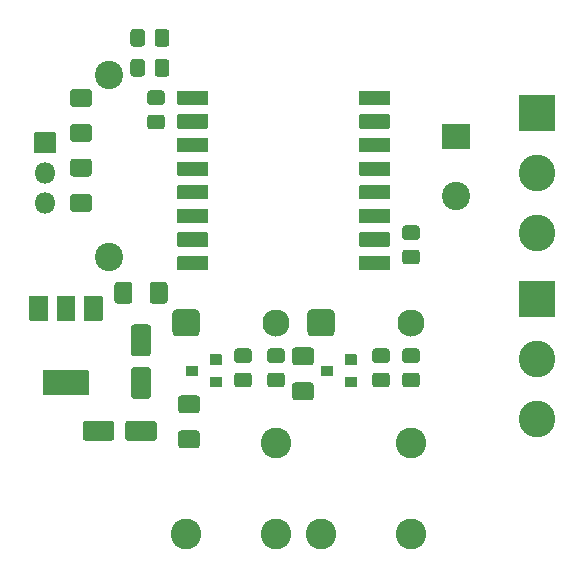
<source format=gbr>
G04 #@! TF.GenerationSoftware,KiCad,Pcbnew,5.1.9-73d0e3b20d~88~ubuntu20.04.1*
G04 #@! TF.CreationDate,2021-04-15T20:46:28+02:00*
G04 #@! TF.ProjectId,FAN-Light,46414e2d-4c69-4676-9874-2e6b69636164,rev?*
G04 #@! TF.SameCoordinates,Original*
G04 #@! TF.FileFunction,Soldermask,Top*
G04 #@! TF.FilePolarity,Negative*
%FSLAX46Y46*%
G04 Gerber Fmt 4.6, Leading zero omitted, Abs format (unit mm)*
G04 Created by KiCad (PCBNEW 5.1.9-73d0e3b20d~88~ubuntu20.04.1) date 2021-04-15 20:46:28*
%MOMM*%
%LPD*%
G01*
G04 APERTURE LIST*
%ADD10C,2.400000*%
%ADD11C,3.100000*%
%ADD12C,2.600000*%
%ADD13C,2.300000*%
%ADD14O,1.800000X1.800000*%
G04 APERTURE END LIST*
D10*
X136970000Y-99862000D03*
X166370000Y-94662000D03*
G36*
G01*
X167570000Y-88662000D02*
X167570000Y-90662000D01*
G75*
G02*
X167520000Y-90712000I-50000J0D01*
G01*
X165220000Y-90712000D01*
G75*
G02*
X165170000Y-90662000I0J50000D01*
G01*
X165170000Y-88662000D01*
G75*
G02*
X165220000Y-88612000I50000J0D01*
G01*
X167520000Y-88612000D01*
G75*
G02*
X167570000Y-88662000I0J-50000D01*
G01*
G37*
X136970000Y-84462000D03*
G36*
G01*
X158180000Y-86910000D02*
X158180000Y-85810000D01*
G75*
G02*
X158230000Y-85760000I50000J0D01*
G01*
X160730000Y-85760000D01*
G75*
G02*
X160780000Y-85810000I0J-50000D01*
G01*
X160780000Y-86910000D01*
G75*
G02*
X160730000Y-86960000I-50000J0D01*
G01*
X158230000Y-86960000D01*
G75*
G02*
X158180000Y-86910000I0J50000D01*
G01*
G37*
G36*
G01*
X158180000Y-88910000D02*
X158180000Y-87810000D01*
G75*
G02*
X158230000Y-87760000I50000J0D01*
G01*
X160730000Y-87760000D01*
G75*
G02*
X160780000Y-87810000I0J-50000D01*
G01*
X160780000Y-88910000D01*
G75*
G02*
X160730000Y-88960000I-50000J0D01*
G01*
X158230000Y-88960000D01*
G75*
G02*
X158180000Y-88910000I0J50000D01*
G01*
G37*
G36*
G01*
X158180000Y-90910000D02*
X158180000Y-89810000D01*
G75*
G02*
X158230000Y-89760000I50000J0D01*
G01*
X160730000Y-89760000D01*
G75*
G02*
X160780000Y-89810000I0J-50000D01*
G01*
X160780000Y-90910000D01*
G75*
G02*
X160730000Y-90960000I-50000J0D01*
G01*
X158230000Y-90960000D01*
G75*
G02*
X158180000Y-90910000I0J50000D01*
G01*
G37*
G36*
G01*
X158180000Y-92910000D02*
X158180000Y-91810000D01*
G75*
G02*
X158230000Y-91760000I50000J0D01*
G01*
X160730000Y-91760000D01*
G75*
G02*
X160780000Y-91810000I0J-50000D01*
G01*
X160780000Y-92910000D01*
G75*
G02*
X160730000Y-92960000I-50000J0D01*
G01*
X158230000Y-92960000D01*
G75*
G02*
X158180000Y-92910000I0J50000D01*
G01*
G37*
G36*
G01*
X158180000Y-94910000D02*
X158180000Y-93810000D01*
G75*
G02*
X158230000Y-93760000I50000J0D01*
G01*
X160730000Y-93760000D01*
G75*
G02*
X160780000Y-93810000I0J-50000D01*
G01*
X160780000Y-94910000D01*
G75*
G02*
X160730000Y-94960000I-50000J0D01*
G01*
X158230000Y-94960000D01*
G75*
G02*
X158180000Y-94910000I0J50000D01*
G01*
G37*
G36*
G01*
X158180000Y-96910000D02*
X158180000Y-95810000D01*
G75*
G02*
X158230000Y-95760000I50000J0D01*
G01*
X160730000Y-95760000D01*
G75*
G02*
X160780000Y-95810000I0J-50000D01*
G01*
X160780000Y-96910000D01*
G75*
G02*
X160730000Y-96960000I-50000J0D01*
G01*
X158230000Y-96960000D01*
G75*
G02*
X158180000Y-96910000I0J50000D01*
G01*
G37*
G36*
G01*
X158180000Y-98910000D02*
X158180000Y-97810000D01*
G75*
G02*
X158230000Y-97760000I50000J0D01*
G01*
X160730000Y-97760000D01*
G75*
G02*
X160780000Y-97810000I0J-50000D01*
G01*
X160780000Y-98910000D01*
G75*
G02*
X160730000Y-98960000I-50000J0D01*
G01*
X158230000Y-98960000D01*
G75*
G02*
X158180000Y-98910000I0J50000D01*
G01*
G37*
G36*
G01*
X158180000Y-100910000D02*
X158180000Y-99810000D01*
G75*
G02*
X158230000Y-99760000I50000J0D01*
G01*
X160730000Y-99760000D01*
G75*
G02*
X160780000Y-99810000I0J-50000D01*
G01*
X160780000Y-100910000D01*
G75*
G02*
X160730000Y-100960000I-50000J0D01*
G01*
X158230000Y-100960000D01*
G75*
G02*
X158180000Y-100910000I0J50000D01*
G01*
G37*
G36*
G01*
X142780000Y-100910000D02*
X142780000Y-99810000D01*
G75*
G02*
X142830000Y-99760000I50000J0D01*
G01*
X145330000Y-99760000D01*
G75*
G02*
X145380000Y-99810000I0J-50000D01*
G01*
X145380000Y-100910000D01*
G75*
G02*
X145330000Y-100960000I-50000J0D01*
G01*
X142830000Y-100960000D01*
G75*
G02*
X142780000Y-100910000I0J50000D01*
G01*
G37*
G36*
G01*
X142780000Y-98910000D02*
X142780000Y-97810000D01*
G75*
G02*
X142830000Y-97760000I50000J0D01*
G01*
X145330000Y-97760000D01*
G75*
G02*
X145380000Y-97810000I0J-50000D01*
G01*
X145380000Y-98910000D01*
G75*
G02*
X145330000Y-98960000I-50000J0D01*
G01*
X142830000Y-98960000D01*
G75*
G02*
X142780000Y-98910000I0J50000D01*
G01*
G37*
G36*
G01*
X142780000Y-96910000D02*
X142780000Y-95810000D01*
G75*
G02*
X142830000Y-95760000I50000J0D01*
G01*
X145330000Y-95760000D01*
G75*
G02*
X145380000Y-95810000I0J-50000D01*
G01*
X145380000Y-96910000D01*
G75*
G02*
X145330000Y-96960000I-50000J0D01*
G01*
X142830000Y-96960000D01*
G75*
G02*
X142780000Y-96910000I0J50000D01*
G01*
G37*
G36*
G01*
X142780000Y-94910000D02*
X142780000Y-93810000D01*
G75*
G02*
X142830000Y-93760000I50000J0D01*
G01*
X145330000Y-93760000D01*
G75*
G02*
X145380000Y-93810000I0J-50000D01*
G01*
X145380000Y-94910000D01*
G75*
G02*
X145330000Y-94960000I-50000J0D01*
G01*
X142830000Y-94960000D01*
G75*
G02*
X142780000Y-94910000I0J50000D01*
G01*
G37*
G36*
G01*
X142780000Y-92910000D02*
X142780000Y-91810000D01*
G75*
G02*
X142830000Y-91760000I50000J0D01*
G01*
X145330000Y-91760000D01*
G75*
G02*
X145380000Y-91810000I0J-50000D01*
G01*
X145380000Y-92910000D01*
G75*
G02*
X145330000Y-92960000I-50000J0D01*
G01*
X142830000Y-92960000D01*
G75*
G02*
X142780000Y-92910000I0J50000D01*
G01*
G37*
G36*
G01*
X142780000Y-90910000D02*
X142780000Y-89810000D01*
G75*
G02*
X142830000Y-89760000I50000J0D01*
G01*
X145330000Y-89760000D01*
G75*
G02*
X145380000Y-89810000I0J-50000D01*
G01*
X145380000Y-90910000D01*
G75*
G02*
X145330000Y-90960000I-50000J0D01*
G01*
X142830000Y-90960000D01*
G75*
G02*
X142780000Y-90910000I0J50000D01*
G01*
G37*
G36*
G01*
X142780000Y-88910000D02*
X142780000Y-87810000D01*
G75*
G02*
X142830000Y-87760000I50000J0D01*
G01*
X145330000Y-87760000D01*
G75*
G02*
X145380000Y-87810000I0J-50000D01*
G01*
X145380000Y-88910000D01*
G75*
G02*
X145330000Y-88960000I-50000J0D01*
G01*
X142830000Y-88960000D01*
G75*
G02*
X142780000Y-88910000I0J50000D01*
G01*
G37*
G36*
G01*
X142780000Y-86910000D02*
X142780000Y-85810000D01*
G75*
G02*
X142830000Y-85760000I50000J0D01*
G01*
X145330000Y-85760000D01*
G75*
G02*
X145380000Y-85810000I0J-50000D01*
G01*
X145380000Y-86910000D01*
G75*
G02*
X145330000Y-86960000I-50000J0D01*
G01*
X142830000Y-86960000D01*
G75*
G02*
X142780000Y-86910000I0J50000D01*
G01*
G37*
G36*
G01*
X171728000Y-101828000D02*
X174728000Y-101828000D01*
G75*
G02*
X174778000Y-101878000I0J-50000D01*
G01*
X174778000Y-104878000D01*
G75*
G02*
X174728000Y-104928000I-50000J0D01*
G01*
X171728000Y-104928000D01*
G75*
G02*
X171678000Y-104878000I0J50000D01*
G01*
X171678000Y-101878000D01*
G75*
G02*
X171728000Y-101828000I50000J0D01*
G01*
G37*
D11*
X173228000Y-108458000D03*
X173228000Y-113538000D03*
D12*
X162540000Y-115610000D03*
G36*
G01*
X154146500Y-104260000D02*
X155733500Y-104260000D01*
G75*
G02*
X156090000Y-104616500I0J-356500D01*
G01*
X156090000Y-106203500D01*
G75*
G02*
X155733500Y-106560000I-356500J0D01*
G01*
X154146500Y-106560000D01*
G75*
G02*
X153790000Y-106203500I0J356500D01*
G01*
X153790000Y-104616500D01*
G75*
G02*
X154146500Y-104260000I356500J0D01*
G01*
G37*
D13*
X162540000Y-105410000D03*
D12*
X162540000Y-123310000D03*
X154940000Y-123310000D03*
G36*
G01*
X138975000Y-102212543D02*
X138975000Y-103527457D01*
G75*
G02*
X138707457Y-103795000I-267543J0D01*
G01*
X137717543Y-103795000D01*
G75*
G02*
X137450000Y-103527457I0J267543D01*
G01*
X137450000Y-102212543D01*
G75*
G02*
X137717543Y-101945000I267543J0D01*
G01*
X138707457Y-101945000D01*
G75*
G02*
X138975000Y-102212543I0J-267543D01*
G01*
G37*
G36*
G01*
X141950000Y-102212543D02*
X141950000Y-103527457D01*
G75*
G02*
X141682457Y-103795000I-267543J0D01*
G01*
X140692543Y-103795000D01*
G75*
G02*
X140425000Y-103527457I0J267543D01*
G01*
X140425000Y-102212543D01*
G75*
G02*
X140692543Y-101945000I267543J0D01*
G01*
X141682457Y-101945000D01*
G75*
G02*
X141950000Y-102212543I0J-267543D01*
G01*
G37*
G36*
G01*
X139115625Y-105540000D02*
X140284375Y-105540000D01*
G75*
G02*
X140550000Y-105805625I0J-265625D01*
G01*
X140550000Y-107974375D01*
G75*
G02*
X140284375Y-108240000I-265625J0D01*
G01*
X139115625Y-108240000D01*
G75*
G02*
X138850000Y-107974375I0J265625D01*
G01*
X138850000Y-105805625D01*
G75*
G02*
X139115625Y-105540000I265625J0D01*
G01*
G37*
G36*
G01*
X139115625Y-109140000D02*
X140284375Y-109140000D01*
G75*
G02*
X140550000Y-109405625I0J-265625D01*
G01*
X140550000Y-111574375D01*
G75*
G02*
X140284375Y-111840000I-265625J0D01*
G01*
X139115625Y-111840000D01*
G75*
G02*
X138850000Y-111574375I0J265625D01*
G01*
X138850000Y-109405625D01*
G75*
G02*
X139115625Y-109140000I265625J0D01*
G01*
G37*
G36*
G01*
X138350000Y-115138375D02*
X138350000Y-113969625D01*
G75*
G02*
X138615625Y-113704000I265625J0D01*
G01*
X140784375Y-113704000D01*
G75*
G02*
X141050000Y-113969625I0J-265625D01*
G01*
X141050000Y-115138375D01*
G75*
G02*
X140784375Y-115404000I-265625J0D01*
G01*
X138615625Y-115404000D01*
G75*
G02*
X138350000Y-115138375I0J265625D01*
G01*
G37*
G36*
G01*
X134750000Y-115138375D02*
X134750000Y-113969625D01*
G75*
G02*
X135015625Y-113704000I265625J0D01*
G01*
X137184375Y-113704000D01*
G75*
G02*
X137450000Y-113969625I0J-265625D01*
G01*
X137450000Y-115138375D01*
G75*
G02*
X137184375Y-115404000I-265625J0D01*
G01*
X135015625Y-115404000D01*
G75*
G02*
X134750000Y-115138375I0J265625D01*
G01*
G37*
D11*
X173228000Y-97790000D03*
X173228000Y-92710000D03*
G36*
G01*
X171728000Y-86080000D02*
X174728000Y-86080000D01*
G75*
G02*
X174778000Y-86130000I0J-50000D01*
G01*
X174778000Y-89130000D01*
G75*
G02*
X174728000Y-89180000I-50000J0D01*
G01*
X171728000Y-89180000D01*
G75*
G02*
X171678000Y-89130000I0J50000D01*
G01*
X171678000Y-86130000D01*
G75*
G02*
X171728000Y-86080000I50000J0D01*
G01*
G37*
G36*
G01*
X130672000Y-91020000D02*
X130672000Y-89320000D01*
G75*
G02*
X130722000Y-89270000I50000J0D01*
G01*
X132422000Y-89270000D01*
G75*
G02*
X132472000Y-89320000I0J-50000D01*
G01*
X132472000Y-91020000D01*
G75*
G02*
X132422000Y-91070000I-50000J0D01*
G01*
X130722000Y-91070000D01*
G75*
G02*
X130672000Y-91020000I0J50000D01*
G01*
G37*
D14*
X131572000Y-92710000D03*
X131572000Y-95250000D03*
D12*
X143510000Y-123310000D03*
X151110000Y-123310000D03*
D13*
X151110000Y-105410000D03*
G36*
G01*
X142716500Y-104260000D02*
X144303500Y-104260000D01*
G75*
G02*
X144660000Y-104616500I0J-356500D01*
G01*
X144660000Y-106203500D01*
G75*
G02*
X144303500Y-106560000I-356500J0D01*
G01*
X142716500Y-106560000D01*
G75*
G02*
X142360000Y-106203500I0J356500D01*
G01*
X142360000Y-104616500D01*
G75*
G02*
X142716500Y-104260000I356500J0D01*
G01*
G37*
D12*
X151110000Y-115610000D03*
G36*
G01*
X155980000Y-109074000D02*
X155980000Y-109874000D01*
G75*
G02*
X155930000Y-109924000I-50000J0D01*
G01*
X155030000Y-109924000D01*
G75*
G02*
X154980000Y-109874000I0J50000D01*
G01*
X154980000Y-109074000D01*
G75*
G02*
X155030000Y-109024000I50000J0D01*
G01*
X155930000Y-109024000D01*
G75*
G02*
X155980000Y-109074000I0J-50000D01*
G01*
G37*
G36*
G01*
X157980000Y-108124000D02*
X157980000Y-108924000D01*
G75*
G02*
X157930000Y-108974000I-50000J0D01*
G01*
X157030000Y-108974000D01*
G75*
G02*
X156980000Y-108924000I0J50000D01*
G01*
X156980000Y-108124000D01*
G75*
G02*
X157030000Y-108074000I50000J0D01*
G01*
X157930000Y-108074000D01*
G75*
G02*
X157980000Y-108124000I0J-50000D01*
G01*
G37*
G36*
G01*
X157980000Y-110024000D02*
X157980000Y-110824000D01*
G75*
G02*
X157930000Y-110874000I-50000J0D01*
G01*
X157030000Y-110874000D01*
G75*
G02*
X156980000Y-110824000I0J50000D01*
G01*
X156980000Y-110024000D01*
G75*
G02*
X157030000Y-109974000I50000J0D01*
G01*
X157930000Y-109974000D01*
G75*
G02*
X157980000Y-110024000I0J-50000D01*
G01*
G37*
G36*
G01*
X146534000Y-110024000D02*
X146534000Y-110824000D01*
G75*
G02*
X146484000Y-110874000I-50000J0D01*
G01*
X145584000Y-110874000D01*
G75*
G02*
X145534000Y-110824000I0J50000D01*
G01*
X145534000Y-110024000D01*
G75*
G02*
X145584000Y-109974000I50000J0D01*
G01*
X146484000Y-109974000D01*
G75*
G02*
X146534000Y-110024000I0J-50000D01*
G01*
G37*
G36*
G01*
X146534000Y-108124000D02*
X146534000Y-108924000D01*
G75*
G02*
X146484000Y-108974000I-50000J0D01*
G01*
X145584000Y-108974000D01*
G75*
G02*
X145534000Y-108924000I0J50000D01*
G01*
X145534000Y-108124000D01*
G75*
G02*
X145584000Y-108074000I50000J0D01*
G01*
X146484000Y-108074000D01*
G75*
G02*
X146534000Y-108124000I0J-50000D01*
G01*
G37*
G36*
G01*
X144534000Y-109074000D02*
X144534000Y-109874000D01*
G75*
G02*
X144484000Y-109924000I-50000J0D01*
G01*
X143584000Y-109924000D01*
G75*
G02*
X143534000Y-109874000I0J50000D01*
G01*
X143534000Y-109074000D01*
G75*
G02*
X143584000Y-109024000I50000J0D01*
G01*
X144484000Y-109024000D01*
G75*
G02*
X144534000Y-109074000I0J-50000D01*
G01*
G37*
G36*
G01*
X163038262Y-110870000D02*
X162081738Y-110870000D01*
G75*
G02*
X161810000Y-110598262I0J271738D01*
G01*
X161810000Y-109891738D01*
G75*
G02*
X162081738Y-109620000I271738J0D01*
G01*
X163038262Y-109620000D01*
G75*
G02*
X163310000Y-109891738I0J-271738D01*
G01*
X163310000Y-110598262D01*
G75*
G02*
X163038262Y-110870000I-271738J0D01*
G01*
G37*
G36*
G01*
X163038262Y-108820000D02*
X162081738Y-108820000D01*
G75*
G02*
X161810000Y-108548262I0J271738D01*
G01*
X161810000Y-107841738D01*
G75*
G02*
X162081738Y-107570000I271738J0D01*
G01*
X163038262Y-107570000D01*
G75*
G02*
X163310000Y-107841738I0J-271738D01*
G01*
X163310000Y-108548262D01*
G75*
G02*
X163038262Y-108820000I-271738J0D01*
G01*
G37*
G36*
G01*
X151608262Y-108820000D02*
X150651738Y-108820000D01*
G75*
G02*
X150380000Y-108548262I0J271738D01*
G01*
X150380000Y-107841738D01*
G75*
G02*
X150651738Y-107570000I271738J0D01*
G01*
X151608262Y-107570000D01*
G75*
G02*
X151880000Y-107841738I0J-271738D01*
G01*
X151880000Y-108548262D01*
G75*
G02*
X151608262Y-108820000I-271738J0D01*
G01*
G37*
G36*
G01*
X151608262Y-110870000D02*
X150651738Y-110870000D01*
G75*
G02*
X150380000Y-110598262I0J271738D01*
G01*
X150380000Y-109891738D01*
G75*
G02*
X150651738Y-109620000I271738J0D01*
G01*
X151608262Y-109620000D01*
G75*
G02*
X151880000Y-109891738I0J-271738D01*
G01*
X151880000Y-110598262D01*
G75*
G02*
X151608262Y-110870000I-271738J0D01*
G01*
G37*
G36*
G01*
X148814262Y-110870000D02*
X147857738Y-110870000D01*
G75*
G02*
X147586000Y-110598262I0J271738D01*
G01*
X147586000Y-109891738D01*
G75*
G02*
X147857738Y-109620000I271738J0D01*
G01*
X148814262Y-109620000D01*
G75*
G02*
X149086000Y-109891738I0J-271738D01*
G01*
X149086000Y-110598262D01*
G75*
G02*
X148814262Y-110870000I-271738J0D01*
G01*
G37*
G36*
G01*
X148814262Y-108820000D02*
X147857738Y-108820000D01*
G75*
G02*
X147586000Y-108548262I0J271738D01*
G01*
X147586000Y-107841738D01*
G75*
G02*
X147857738Y-107570000I271738J0D01*
G01*
X148814262Y-107570000D01*
G75*
G02*
X149086000Y-107841738I0J-271738D01*
G01*
X149086000Y-108548262D01*
G75*
G02*
X148814262Y-108820000I-271738J0D01*
G01*
G37*
G36*
G01*
X142103000Y-83341738D02*
X142103000Y-84298262D01*
G75*
G02*
X141831262Y-84570000I-271738J0D01*
G01*
X141124738Y-84570000D01*
G75*
G02*
X140853000Y-84298262I0J271738D01*
G01*
X140853000Y-83341738D01*
G75*
G02*
X141124738Y-83070000I271738J0D01*
G01*
X141831262Y-83070000D01*
G75*
G02*
X142103000Y-83341738I0J-271738D01*
G01*
G37*
G36*
G01*
X140053000Y-83341738D02*
X140053000Y-84298262D01*
G75*
G02*
X139781262Y-84570000I-271738J0D01*
G01*
X139074738Y-84570000D01*
G75*
G02*
X138803000Y-84298262I0J271738D01*
G01*
X138803000Y-83341738D01*
G75*
G02*
X139074738Y-83070000I271738J0D01*
G01*
X139781262Y-83070000D01*
G75*
G02*
X140053000Y-83341738I0J-271738D01*
G01*
G37*
G36*
G01*
X141448262Y-86985000D02*
X140491738Y-86985000D01*
G75*
G02*
X140220000Y-86713262I0J271738D01*
G01*
X140220000Y-86006738D01*
G75*
G02*
X140491738Y-85735000I271738J0D01*
G01*
X141448262Y-85735000D01*
G75*
G02*
X141720000Y-86006738I0J-271738D01*
G01*
X141720000Y-86713262D01*
G75*
G02*
X141448262Y-86985000I-271738J0D01*
G01*
G37*
G36*
G01*
X141448262Y-89035000D02*
X140491738Y-89035000D01*
G75*
G02*
X140220000Y-88763262I0J271738D01*
G01*
X140220000Y-88056738D01*
G75*
G02*
X140491738Y-87785000I271738J0D01*
G01*
X141448262Y-87785000D01*
G75*
G02*
X141720000Y-88056738I0J-271738D01*
G01*
X141720000Y-88763262D01*
G75*
G02*
X141448262Y-89035000I-271738J0D01*
G01*
G37*
G36*
G01*
X140853000Y-81758262D02*
X140853000Y-80801738D01*
G75*
G02*
X141124738Y-80530000I271738J0D01*
G01*
X141831262Y-80530000D01*
G75*
G02*
X142103000Y-80801738I0J-271738D01*
G01*
X142103000Y-81758262D01*
G75*
G02*
X141831262Y-82030000I-271738J0D01*
G01*
X141124738Y-82030000D01*
G75*
G02*
X140853000Y-81758262I0J271738D01*
G01*
G37*
G36*
G01*
X138803000Y-81758262D02*
X138803000Y-80801738D01*
G75*
G02*
X139074738Y-80530000I271738J0D01*
G01*
X139781262Y-80530000D01*
G75*
G02*
X140053000Y-80801738I0J-271738D01*
G01*
X140053000Y-81758262D01*
G75*
G02*
X139781262Y-82030000I-271738J0D01*
G01*
X139074738Y-82030000D01*
G75*
G02*
X138803000Y-81758262I0J271738D01*
G01*
G37*
G36*
G01*
X163038262Y-100465000D02*
X162081738Y-100465000D01*
G75*
G02*
X161810000Y-100193262I0J271738D01*
G01*
X161810000Y-99486738D01*
G75*
G02*
X162081738Y-99215000I271738J0D01*
G01*
X163038262Y-99215000D01*
G75*
G02*
X163310000Y-99486738I0J-271738D01*
G01*
X163310000Y-100193262D01*
G75*
G02*
X163038262Y-100465000I-271738J0D01*
G01*
G37*
G36*
G01*
X163038262Y-98415000D02*
X162081738Y-98415000D01*
G75*
G02*
X161810000Y-98143262I0J271738D01*
G01*
X161810000Y-97436738D01*
G75*
G02*
X162081738Y-97165000I271738J0D01*
G01*
X163038262Y-97165000D01*
G75*
G02*
X163310000Y-97436738I0J-271738D01*
G01*
X163310000Y-98143262D01*
G75*
G02*
X163038262Y-98415000I-271738J0D01*
G01*
G37*
G36*
G01*
X131450000Y-109440000D02*
X135250000Y-109440000D01*
G75*
G02*
X135300000Y-109490000I0J-50000D01*
G01*
X135300000Y-111490000D01*
G75*
G02*
X135250000Y-111540000I-50000J0D01*
G01*
X131450000Y-111540000D01*
G75*
G02*
X131400000Y-111490000I0J50000D01*
G01*
X131400000Y-109490000D01*
G75*
G02*
X131450000Y-109440000I50000J0D01*
G01*
G37*
G36*
G01*
X132600000Y-103140000D02*
X134100000Y-103140000D01*
G75*
G02*
X134150000Y-103190000I0J-50000D01*
G01*
X134150000Y-105190000D01*
G75*
G02*
X134100000Y-105240000I-50000J0D01*
G01*
X132600000Y-105240000D01*
G75*
G02*
X132550000Y-105190000I0J50000D01*
G01*
X132550000Y-103190000D01*
G75*
G02*
X132600000Y-103140000I50000J0D01*
G01*
G37*
G36*
G01*
X130300000Y-103140000D02*
X131800000Y-103140000D01*
G75*
G02*
X131850000Y-103190000I0J-50000D01*
G01*
X131850000Y-105190000D01*
G75*
G02*
X131800000Y-105240000I-50000J0D01*
G01*
X130300000Y-105240000D01*
G75*
G02*
X130250000Y-105190000I0J50000D01*
G01*
X130250000Y-103190000D01*
G75*
G02*
X130300000Y-103140000I50000J0D01*
G01*
G37*
G36*
G01*
X134900000Y-103140000D02*
X136400000Y-103140000D01*
G75*
G02*
X136450000Y-103190000I0J-50000D01*
G01*
X136450000Y-105190000D01*
G75*
G02*
X136400000Y-105240000I-50000J0D01*
G01*
X134900000Y-105240000D01*
G75*
G02*
X134850000Y-105190000I0J50000D01*
G01*
X134850000Y-103190000D01*
G75*
G02*
X134900000Y-103140000I50000J0D01*
G01*
G37*
G36*
G01*
X133962543Y-85597500D02*
X135277457Y-85597500D01*
G75*
G02*
X135545000Y-85865043I0J-267543D01*
G01*
X135545000Y-86854957D01*
G75*
G02*
X135277457Y-87122500I-267543J0D01*
G01*
X133962543Y-87122500D01*
G75*
G02*
X133695000Y-86854957I0J267543D01*
G01*
X133695000Y-85865043D01*
G75*
G02*
X133962543Y-85597500I267543J0D01*
G01*
G37*
G36*
G01*
X133962543Y-88572500D02*
X135277457Y-88572500D01*
G75*
G02*
X135545000Y-88840043I0J-267543D01*
G01*
X135545000Y-89829957D01*
G75*
G02*
X135277457Y-90097500I-267543J0D01*
G01*
X133962543Y-90097500D01*
G75*
G02*
X133695000Y-89829957I0J267543D01*
G01*
X133695000Y-88840043D01*
G75*
G02*
X133962543Y-88572500I267543J0D01*
G01*
G37*
G36*
G01*
X135277457Y-93037500D02*
X133962543Y-93037500D01*
G75*
G02*
X133695000Y-92769957I0J267543D01*
G01*
X133695000Y-91780043D01*
G75*
G02*
X133962543Y-91512500I267543J0D01*
G01*
X135277457Y-91512500D01*
G75*
G02*
X135545000Y-91780043I0J-267543D01*
G01*
X135545000Y-92769957D01*
G75*
G02*
X135277457Y-93037500I-267543J0D01*
G01*
G37*
G36*
G01*
X135277457Y-96012500D02*
X133962543Y-96012500D01*
G75*
G02*
X133695000Y-95744957I0J267543D01*
G01*
X133695000Y-94755043D01*
G75*
G02*
X133962543Y-94487500I267543J0D01*
G01*
X135277457Y-94487500D01*
G75*
G02*
X135545000Y-94755043I0J-267543D01*
G01*
X135545000Y-95744957D01*
G75*
G02*
X135277457Y-96012500I-267543J0D01*
G01*
G37*
G36*
G01*
X160498262Y-110870000D02*
X159541738Y-110870000D01*
G75*
G02*
X159270000Y-110598262I0J271738D01*
G01*
X159270000Y-109891738D01*
G75*
G02*
X159541738Y-109620000I271738J0D01*
G01*
X160498262Y-109620000D01*
G75*
G02*
X160770000Y-109891738I0J-271738D01*
G01*
X160770000Y-110598262D01*
G75*
G02*
X160498262Y-110870000I-271738J0D01*
G01*
G37*
G36*
G01*
X160498262Y-108820000D02*
X159541738Y-108820000D01*
G75*
G02*
X159270000Y-108548262I0J271738D01*
G01*
X159270000Y-107841738D01*
G75*
G02*
X159541738Y-107570000I271738J0D01*
G01*
X160498262Y-107570000D01*
G75*
G02*
X160770000Y-107841738I0J-271738D01*
G01*
X160770000Y-108548262D01*
G75*
G02*
X160498262Y-108820000I-271738J0D01*
G01*
G37*
G36*
G01*
X152758543Y-110453000D02*
X154073457Y-110453000D01*
G75*
G02*
X154341000Y-110720543I0J-267543D01*
G01*
X154341000Y-111710457D01*
G75*
G02*
X154073457Y-111978000I-267543J0D01*
G01*
X152758543Y-111978000D01*
G75*
G02*
X152491000Y-111710457I0J267543D01*
G01*
X152491000Y-110720543D01*
G75*
G02*
X152758543Y-110453000I267543J0D01*
G01*
G37*
G36*
G01*
X152758543Y-107478000D02*
X154073457Y-107478000D01*
G75*
G02*
X154341000Y-107745543I0J-267543D01*
G01*
X154341000Y-108735457D01*
G75*
G02*
X154073457Y-109003000I-267543J0D01*
G01*
X152758543Y-109003000D01*
G75*
G02*
X152491000Y-108735457I0J267543D01*
G01*
X152491000Y-107745543D01*
G75*
G02*
X152758543Y-107478000I267543J0D01*
G01*
G37*
G36*
G01*
X144421457Y-116042000D02*
X143106543Y-116042000D01*
G75*
G02*
X142839000Y-115774457I0J267543D01*
G01*
X142839000Y-114784543D01*
G75*
G02*
X143106543Y-114517000I267543J0D01*
G01*
X144421457Y-114517000D01*
G75*
G02*
X144689000Y-114784543I0J-267543D01*
G01*
X144689000Y-115774457D01*
G75*
G02*
X144421457Y-116042000I-267543J0D01*
G01*
G37*
G36*
G01*
X144421457Y-113067000D02*
X143106543Y-113067000D01*
G75*
G02*
X142839000Y-112799457I0J267543D01*
G01*
X142839000Y-111809543D01*
G75*
G02*
X143106543Y-111542000I267543J0D01*
G01*
X144421457Y-111542000D01*
G75*
G02*
X144689000Y-111809543I0J-267543D01*
G01*
X144689000Y-112799457D01*
G75*
G02*
X144421457Y-113067000I-267543J0D01*
G01*
G37*
M02*

</source>
